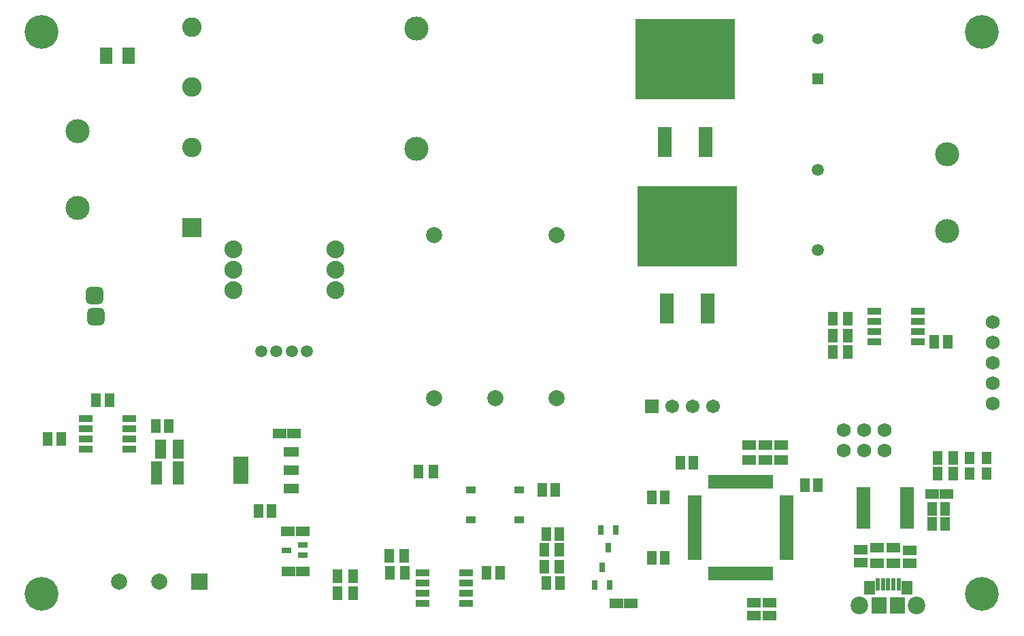
<source format=gbr>
%TF.GenerationSoftware,Altium Limited,Altium Designer,23.6.0 (18)*%
G04 Layer_Color=8388736*
%FSLAX45Y45*%
%MOMM*%
%TF.SameCoordinates,1BF17B70-E076-4422-95A1-EF062E3CA17A*%
%TF.FilePolarity,Negative*%
%TF.FileFunction,Soldermask,Top*%
%TF.Part,Single*%
G01*
G75*
%TA.AperFunction,SMDPad,CuDef*%
%ADD68R,1.80320X3.70320*%
%ADD69R,12.40320X9.95320*%
%ADD70R,1.22320X1.67320*%
%ADD71R,1.65320X1.20320*%
%ADD72R,1.67320X1.22320*%
%ADD73R,1.30320X1.50320*%
%ADD74R,1.20320X1.65320*%
%ADD75R,1.65320X1.15320*%
%TA.AperFunction,ConnectorPad*%
%ADD76R,1.35320X1.65320*%
%ADD77R,1.95320X2.10320*%
%ADD78R,0.60320X1.60320*%
%TA.AperFunction,SMDPad,CuDef*%
%ADD79R,1.72920X0.63820*%
%ADD80R,1.20320X0.90320*%
%ADD81R,0.80320X1.30320*%
%ADD82R,0.50320X1.67820*%
%ADD83R,1.67820X0.50320*%
%ADD84R,1.72820X0.85320*%
%ADD85R,1.25320X0.70320*%
%ADD86R,1.42320X2.92320*%
%ADD87R,1.45320X2.40320*%
%ADD88R,1.95320X1.15320*%
%ADD89R,1.95320X3.40320*%
%ADD90R,1.50320X2.00320*%
G04:AMPARAMS|DCode=91|XSize=2.2032mm|YSize=2.2032mm|CornerRadius=0.6016mm|HoleSize=0mm|Usage=FLASHONLY|Rotation=0.000|XOffset=0mm|YOffset=0mm|HoleType=Round|Shape=RoundedRectangle|*
%AMROUNDEDRECTD91*
21,1,2.20320,1.00000,0,0,0.0*
21,1,1.00000,2.20320,0,0,0.0*
1,1,1.20320,0.50000,-0.50000*
1,1,1.20320,-0.50000,-0.50000*
1,1,1.20320,-0.50000,0.50000*
1,1,1.20320,0.50000,0.50000*
%
%ADD91ROUNDEDRECTD91*%
%TA.AperFunction,ViaPad*%
%ADD92C,4.20320*%
%TA.AperFunction,ComponentPad*%
%ADD93R,2.00320X2.00320*%
%ADD94C,2.00320*%
%ADD95C,1.40320*%
%ADD96R,1.40320X1.40320*%
%ADD97C,2.19820*%
%ADD98C,1.51320*%
%ADD99C,2.23320*%
%ADD100C,1.72720*%
%ADD101C,2.98420*%
%ADD102C,1.50320*%
%ADD103R,2.42320X2.42320*%
%ADD104C,2.42320*%
%ADD105C,3.00320*%
%ADD106C,1.70320*%
%ADD107R,1.70320X1.70320*%
D68*
X8158500Y6032500D02*
D03*
X8666500D02*
D03*
X8179500Y3957500D02*
D03*
X8687500D02*
D03*
D69*
X8412500Y7060000D02*
D03*
X8433500Y4985000D02*
D03*
D70*
X6798500Y1695000D02*
D03*
X6636500D02*
D03*
X11677000Y3542500D02*
D03*
X11515000D02*
D03*
X11648500Y1456000D02*
D03*
X11486500D02*
D03*
X11647500Y1272500D02*
D03*
X11485500D02*
D03*
X10063500Y1755000D02*
D03*
X9901500D02*
D03*
X7996500Y1600000D02*
D03*
X8158500D02*
D03*
X7996500Y852500D02*
D03*
X8158500D02*
D03*
X6689000Y532500D02*
D03*
X6851000D02*
D03*
X6685500Y1147500D02*
D03*
X6847500D02*
D03*
X3263500Y1432500D02*
D03*
X3101500D02*
D03*
X1826500Y2495000D02*
D03*
X1988500D02*
D03*
X483000Y2331500D02*
D03*
X645000D02*
D03*
X1084000Y2810000D02*
D03*
X1246000D02*
D03*
X5944000Y662500D02*
D03*
X6106000D02*
D03*
X8513500Y2037500D02*
D03*
X8351500D02*
D03*
D71*
X9205000Y2257500D02*
D03*
Y2067500D02*
D03*
X9407500Y2257500D02*
D03*
Y2067500D02*
D03*
X9607500Y2257500D02*
D03*
Y2067500D02*
D03*
X10797500Y975000D02*
D03*
Y785000D02*
D03*
X11002500Y975000D02*
D03*
Y785000D02*
D03*
D72*
X11205000Y942000D02*
D03*
Y780000D02*
D03*
X10597500Y948500D02*
D03*
Y786500D02*
D03*
X9460000Y287500D02*
D03*
Y125500D02*
D03*
X9265000Y126500D02*
D03*
Y288500D02*
D03*
D73*
X11952500Y2095000D02*
D03*
X12162500D02*
D03*
X11952500Y1895000D02*
D03*
X12162500D02*
D03*
D74*
X11745000Y2095000D02*
D03*
X11555000D02*
D03*
X11745000Y1895000D02*
D03*
X11555000D02*
D03*
X4927500Y660000D02*
D03*
X4737500D02*
D03*
X4277500Y617500D02*
D03*
X4087500D02*
D03*
Y412500D02*
D03*
X4277500D02*
D03*
X6850000Y737500D02*
D03*
X6660000D02*
D03*
X6850000Y947500D02*
D03*
X6660000D02*
D03*
X5092500Y1927500D02*
D03*
X5282500D02*
D03*
X10250000Y3415000D02*
D03*
X10440000D02*
D03*
X10440000Y3827500D02*
D03*
X10250000D02*
D03*
X10440000Y3620000D02*
D03*
X10250000D02*
D03*
X4727500Y877500D02*
D03*
X4917500D02*
D03*
D75*
X11667500Y1643500D02*
D03*
X11487500D02*
D03*
X7555000Y282500D02*
D03*
X7735000D02*
D03*
X3542500Y2402500D02*
D03*
X3362500D02*
D03*
X3470000Y1182500D02*
D03*
X3650000D02*
D03*
X3477500Y682500D02*
D03*
X3657500D02*
D03*
D76*
X11169500Y478000D02*
D03*
X10705500D02*
D03*
D77*
X11050000Y255000D02*
D03*
X10825000D02*
D03*
D78*
X11067500Y520000D02*
D03*
X11002500D02*
D03*
X10937500D02*
D03*
X10872500D02*
D03*
X10807500D02*
D03*
D79*
X10628800Y1692200D02*
D03*
Y1628800D02*
D03*
Y1565200D02*
D03*
Y1501800D02*
D03*
Y1438200D02*
D03*
Y1374800D02*
D03*
Y1311200D02*
D03*
Y1247800D02*
D03*
X11171200D02*
D03*
Y1311200D02*
D03*
Y1374800D02*
D03*
Y1438200D02*
D03*
Y1501800D02*
D03*
Y1565200D02*
D03*
Y1628800D02*
D03*
Y1692200D02*
D03*
D80*
X5745000Y1695000D02*
D03*
X6345000D02*
D03*
X5745000Y1325000D02*
D03*
X6345000D02*
D03*
D81*
X7380000Y730000D02*
D03*
X7475000Y510000D02*
D03*
X7285000D02*
D03*
X7552500Y1197500D02*
D03*
X7362500D02*
D03*
X7457500Y977500D02*
D03*
D82*
X8727500Y1801300D02*
D03*
X8777500D02*
D03*
X8827500D02*
D03*
X8877500D02*
D03*
X8927500D02*
D03*
X8977500D02*
D03*
X9027500D02*
D03*
X9077500D02*
D03*
X9127500D02*
D03*
X9177500D02*
D03*
X9227500D02*
D03*
X9277500D02*
D03*
X9327500D02*
D03*
X9377500D02*
D03*
X9427500D02*
D03*
X9477500D02*
D03*
Y653700D02*
D03*
X9427500D02*
D03*
X9377500D02*
D03*
X9327500D02*
D03*
X9277500D02*
D03*
X9227500D02*
D03*
X9177500D02*
D03*
X9127500D02*
D03*
X9077500D02*
D03*
X9027500D02*
D03*
X8977500D02*
D03*
X8927500D02*
D03*
X8877500D02*
D03*
X8827500D02*
D03*
X8777500D02*
D03*
X8727500D02*
D03*
D83*
X9676300Y1602500D02*
D03*
Y1552500D02*
D03*
Y1502500D02*
D03*
Y1452500D02*
D03*
Y1402500D02*
D03*
Y1352500D02*
D03*
Y1302500D02*
D03*
Y1252500D02*
D03*
Y1202500D02*
D03*
Y1152500D02*
D03*
Y1102500D02*
D03*
Y1052500D02*
D03*
Y1002500D02*
D03*
Y952500D02*
D03*
Y902500D02*
D03*
Y852500D02*
D03*
X8528700D02*
D03*
Y902500D02*
D03*
Y952500D02*
D03*
Y1002500D02*
D03*
Y1052500D02*
D03*
Y1102500D02*
D03*
Y1152500D02*
D03*
Y1202500D02*
D03*
Y1252500D02*
D03*
Y1302500D02*
D03*
Y1352500D02*
D03*
Y1402500D02*
D03*
Y1452500D02*
D03*
Y1502500D02*
D03*
Y1552500D02*
D03*
Y1602500D02*
D03*
D84*
X5683700Y660500D02*
D03*
Y533500D02*
D03*
Y406500D02*
D03*
Y279500D02*
D03*
X5141300D02*
D03*
Y406500D02*
D03*
Y533500D02*
D03*
Y660500D02*
D03*
X1493700Y2204500D02*
D03*
Y2331500D02*
D03*
Y2458500D02*
D03*
Y2585500D02*
D03*
X951300D02*
D03*
Y2458500D02*
D03*
Y2331500D02*
D03*
Y2204500D02*
D03*
X11311200Y3544500D02*
D03*
Y3671500D02*
D03*
Y3798500D02*
D03*
Y3925500D02*
D03*
X10768800D02*
D03*
Y3798500D02*
D03*
Y3671500D02*
D03*
Y3544500D02*
D03*
D85*
X3657500Y880000D02*
D03*
Y1010000D02*
D03*
X3447500Y945000D02*
D03*
D86*
X1835000Y1910000D02*
D03*
X2105000D02*
D03*
D87*
X2102500Y2207500D02*
D03*
X1882500D02*
D03*
D88*
X3512500Y1710000D02*
D03*
Y1940000D02*
D03*
Y2170000D02*
D03*
D89*
X2882500Y1940000D02*
D03*
D90*
X1490500Y7110000D02*
D03*
X1209500D02*
D03*
D91*
X1077500Y3852500D02*
D03*
X1062500Y4120000D02*
D03*
D92*
X12100000Y400000D02*
D03*
X400000D02*
D03*
Y7400000D02*
D03*
X12100000D02*
D03*
D93*
X2370000Y550000D02*
D03*
D94*
X1870000D02*
D03*
X1370000D02*
D03*
X5285500Y2836500D02*
D03*
X6047500D02*
D03*
X6809500D02*
D03*
X5285500Y4868500D02*
D03*
X6809500D02*
D03*
D95*
X10060000Y7317500D02*
D03*
D96*
Y6817500D02*
D03*
D97*
X11295000Y255000D02*
D03*
X10580000D02*
D03*
D98*
X3136750Y3424000D02*
D03*
X3327250D02*
D03*
X3517750D02*
D03*
X3708250D02*
D03*
D99*
X4057500Y4186000D02*
D03*
Y4440000D02*
D03*
Y4694000D02*
D03*
X2787500D02*
D03*
Y4440000D02*
D03*
Y4186000D02*
D03*
D100*
X10894000Y2188500D02*
D03*
X10386000D02*
D03*
X10640000D02*
D03*
X10386000Y2442500D02*
D03*
X10640000D02*
D03*
X10894000D02*
D03*
X12240000Y2769000D02*
D03*
Y3023000D02*
D03*
Y3277000D02*
D03*
Y3531000D02*
D03*
Y3785000D02*
D03*
D101*
X11675000Y4925000D02*
D03*
Y5877500D02*
D03*
X850000Y5210000D02*
D03*
Y6162500D02*
D03*
D102*
X10062500Y5682500D02*
D03*
Y4682500D02*
D03*
D103*
X2272500Y4965000D02*
D03*
D104*
Y5965000D02*
D03*
Y6715000D02*
D03*
Y7465000D02*
D03*
D105*
X5070000Y5947500D02*
D03*
Y7447500D02*
D03*
D106*
X8756500Y2740000D02*
D03*
X8502500D02*
D03*
X8248500D02*
D03*
D107*
X7994500D02*
D03*
%TF.MD5,6315a0fe3f58fc96c3d280ae62d211f2*%
M02*

</source>
